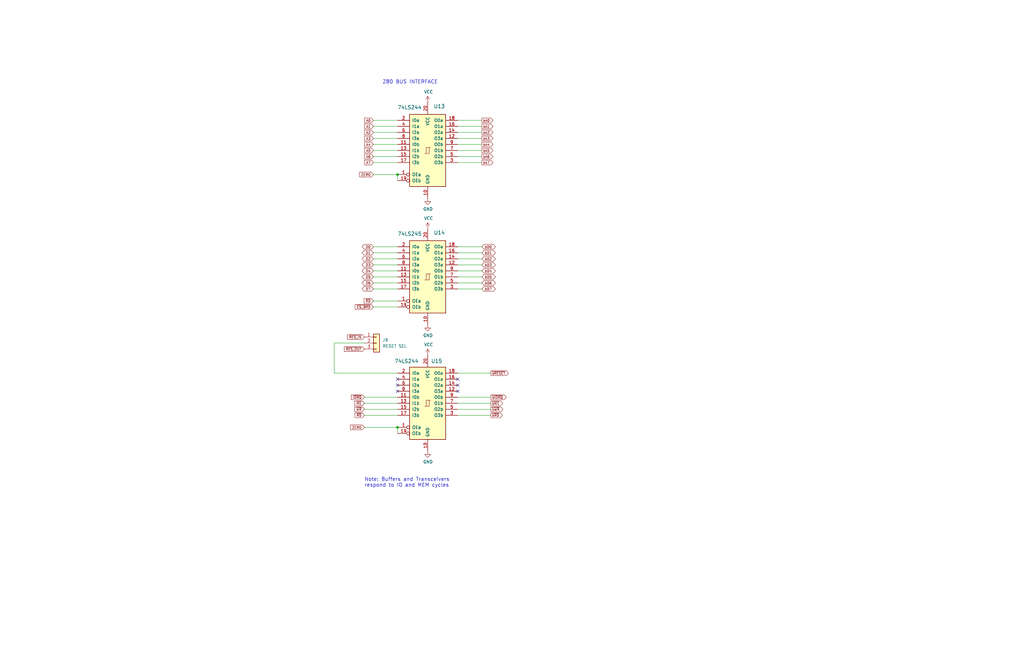
<source format=kicad_sch>
(kicad_sch (version 20211123) (generator eeschema)
  (paper "B")
  (lib_symbols
    (symbol "74xx:74LS244" (pin_names (offset 1.016))
      (property "Reference" "U" (at -7.62 16.51 0))
      (property "Value" "74LS244" (at -7.62 -16.51 0))
      (symbol "74LS244_1_0"
        (polyline (pts (xy -0.635 -1.27) (xy -0.635 1.27) (xy 0.635 1.27)))
        (polyline (pts (xy -1.27 -1.27) (xy 0.635 -1.27) (xy 0.635 1.27) (xy 1.27 1.27)))
        (pin input inverted (at -12.7 -10.16 0) (length 5.08) (name "OEa") (number "1"))
        (pin power_in line (at 0 -20.32 90) (length 5.08) (name "GND") (number "10"))
        (pin input line (at -12.7 2.54 0) (length 5.08) (name "I0b") (number "11"))
        (pin tri_state line (at 12.7 5.08 180) (length 5.08) (name "O3a") (number "12"))
        (pin input line (at -12.7 0 0) (length 5.08) (name "I1b") (number "13"))
        (pin tri_state line (at 12.7 7.62 180) (length 5.08) (name "O2a") (number "14"))
        (pin input line (at -12.7 -2.54 0) (length 5.08) (name "I2b") (number "15"))
        (pin tri_state line (at 12.7 10.16 180) (length 5.08) (name "O1a") (number "16"))
        (pin input line (at -12.7 -5.08 0) (length 5.08) (name "I3b") (number "17"))
        (pin tri_state line (at 12.7 12.7 180) (length 5.08) (name "O0a") (number "18"))
        (pin input inverted (at -12.7 -12.7 0) (length 5.08) (name "OEb") (number "19"))
        (pin input line (at -12.7 12.7 0) (length 5.08) (name "I0a") (number "2"))
        (pin power_in line (at 0 20.32 270) (length 5.08) (name "VCC") (number "20"))
        (pin tri_state line (at 12.7 -5.08 180) (length 5.08) (name "O3b") (number "3"))
        (pin input line (at -12.7 10.16 0) (length 5.08) (name "I1a") (number "4"))
        (pin tri_state line (at 12.7 -2.54 180) (length 5.08) (name "O2b") (number "5"))
        (pin input line (at -12.7 7.62 0) (length 5.08) (name "I2a") (number "6"))
        (pin tri_state line (at 12.7 0 180) (length 5.08) (name "O1b") (number "7"))
        (pin input line (at -12.7 5.08 0) (length 5.08) (name "I3a") (number "8"))
        (pin tri_state line (at 12.7 2.54 180) (length 5.08) (name "O0b") (number "9"))
      )
      (symbol "74LS244_1_1"
        (rectangle (start -7.62 15.24) (end 7.62 -15.24) (stroke (width 0.254)) (fill (type background)))
      )
    )
    (symbol "Connector_Generic:Conn_01x03" (pin_names (offset 1.016) hide)
      (property "Reference" "J" (at 0 5.08 0))
      (property "Value" "Conn_01x03" (at 0 -5.08 0))
      (symbol "Conn_01x03_1_1"
        (rectangle (start -1.27 -2.413) (end 0 -2.667) (stroke (width 0.1524)))
        (rectangle (start -1.27 0.127) (end 0 -0.127) (stroke (width 0.1524)))
        (rectangle (start -1.27 2.667) (end 0 2.413) (stroke (width 0.1524)))
        (rectangle (start -1.27 3.81) (end 1.27 -3.81) (stroke (width 0.254)) (fill (type background)))
        (pin passive line (at -5.08 2.54 0) (length 3.81) (name "Pin_1") (number "1"))
        (pin passive line (at -5.08 0 0) (length 3.81) (name "Pin_2") (number "2"))
        (pin passive line (at -5.08 -2.54 0) (length 3.81) (name "Pin_3") (number "3"))
      )
    )
    (symbol "power:GND" (power) (pin_names (offset 0))
      (property "Value" "GND" (at 0 -3.81 0))
      (symbol "GND_0_1"
        (polyline (pts (xy 0 0) (xy 0 -1.27) (xy 1.27 -1.27) (xy 0 -2.54) (xy -1.27 -1.27) (xy 0 -1.27)))
      )
      (symbol "GND_1_1"
        (pin power_in line (at 0 0 270) (length 0) hide (name "GND") (number "1"))
      )
    )
    (symbol "power:VCC" (power) (pin_names (offset 0))
      (property "Value" "VCC" (at 0 3.81 0))
      (symbol "VCC_0_1"
        (polyline (pts (xy -0.762 1.27) (xy 0 2.54)))
        (polyline (pts (xy 0 0) (xy 0 2.54)))
        (polyline (pts (xy 0 2.54) (xy 0.762 1.27)))
      )
      (symbol "VCC_1_1"
        (pin power_in line (at 0 0 90) (length 0) hide (name "VCC") (number "1"))
      )
    )
  )
  (junction (at 167.64 180.34))
  (junction (at 167.64 73.66))
  (no_connect (at 167.64 162.56))
  (no_connect (at 167.64 160.02))
  (no_connect (at 193.04 160.02))
  (no_connect (at 193.04 165.1))
  (no_connect (at 193.04 162.56))
  (no_connect (at 167.64 165.1))
  (wire (pts (xy 193.04 60.96) (xy 203.2 60.96)))
  (wire (pts (xy 193.04 167.64) (xy 207.01 167.64)))
  (wire (pts (xy 193.04 104.14) (xy 203.2 104.14)))
  (wire (pts (xy 157.48 119.38) (xy 167.64 119.38)))
  (wire (pts (xy 193.04 66.04) (xy 203.2 66.04)))
  (wire (pts (xy 167.64 180.34) (xy 167.64 182.88)))
  (wire (pts (xy 153.67 170.18) (xy 167.64 170.18)))
  (wire (pts (xy 157.48 127) (xy 167.64 127)))
  (wire (pts (xy 157.48 63.5) (xy 167.64 63.5)))
  (wire (pts (xy 157.48 106.68) (xy 167.64 106.68)))
  (wire (pts (xy 157.48 53.34) (xy 167.64 53.34)))
  (wire (pts (xy 193.04 68.58) (xy 203.2 68.58)))
  (wire (pts (xy 157.48 116.84) (xy 167.64 116.84)))
  (wire (pts (xy 193.04 157.48) (xy 207.01 157.48)))
  (wire (pts (xy 157.48 66.04) (xy 167.64 66.04)))
  (wire (pts (xy 157.48 68.58) (xy 167.64 68.58)))
  (wire (pts (xy 157.48 104.14) (xy 167.64 104.14)))
  (wire (pts (xy 157.48 109.22) (xy 167.64 109.22)))
  (wire (pts (xy 193.04 111.76) (xy 203.2 111.76)))
  (wire (pts (xy 157.48 114.3) (xy 167.64 114.3)))
  (wire (pts (xy 193.04 50.8) (xy 203.2 50.8)))
  (wire (pts (xy 153.67 167.64) (xy 167.64 167.64)))
  (wire (pts (xy 157.48 55.88) (xy 167.64 55.88)))
  (wire (pts (xy 193.04 106.68) (xy 203.2 106.68)))
  (wire (pts (xy 193.04 175.26) (xy 207.01 175.26)))
  (wire (pts (xy 157.48 121.92) (xy 167.64 121.92)))
  (wire (pts (xy 157.48 50.8) (xy 167.64 50.8)))
  (wire (pts (xy 157.48 58.42) (xy 167.64 58.42)))
  (wire (pts (xy 140.97 157.48) (xy 167.64 157.48)))
  (wire (pts (xy 193.04 121.92) (xy 203.2 121.92)))
  (wire (pts (xy 193.04 116.84) (xy 203.2 116.84)))
  (wire (pts (xy 153.67 172.72) (xy 167.64 172.72)))
  (wire (pts (xy 153.67 180.34) (xy 167.64 180.34)))
  (wire (pts (xy 157.48 129.54) (xy 167.64 129.54)))
  (wire (pts (xy 140.97 144.78) (xy 140.97 157.48)))
  (wire (pts (xy 193.04 55.88) (xy 203.2 55.88)))
  (wire (pts (xy 193.04 172.72) (xy 207.01 172.72)))
  (wire (pts (xy 157.48 60.96) (xy 167.64 60.96)))
  (wire (pts (xy 193.04 53.34) (xy 203.2 53.34)))
  (wire (pts (xy 193.04 109.22) (xy 203.2 109.22)))
  (wire (pts (xy 157.48 111.76) (xy 167.64 111.76)))
  (wire (pts (xy 193.04 114.3) (xy 203.2 114.3)))
  (wire (pts (xy 140.97 144.78) (xy 153.67 144.78)))
  (wire (pts (xy 167.64 76.2) (xy 167.64 73.66)))
  (wire (pts (xy 157.48 73.66) (xy 167.64 73.66)))
  (wire (pts (xy 153.67 175.26) (xy 167.64 175.26)))
  (wire (pts (xy 193.04 63.5) (xy 203.2 63.5)))
  (wire (pts (xy 193.04 119.38) (xy 203.2 119.38)))
  (wire (pts (xy 193.04 58.42) (xy 203.2 58.42)))
  (wire (pts (xy 193.04 170.18) (xy 207.01 170.18)))
  (text "Z80 BUS INTERFACE" (at 161.29 35.56 0) (effects (font (size 1.524 1.524)) (justify left bottom)))
  (text "Note: Buffers and Transceivers\nrespond to IO and MEM cycles" (at 153.67 205.74 0) (effects (font (size 1.524 1.524)) (justify left bottom)))
  (global_label "bD5" (shape bidirectional) (at 203.2 116.84 0) (effects (font (size 1.016 1.016))) (property "Intersheet References" "${INTERSHEET_REFS}" (effects hide)))
  (global_label "~{RES_OUT}" (shape input) (at 153.67 147.32 180) (effects (font (size 1.016 1.016))) (property "Intersheet References" "${INTERSHEET_REFS}" (effects hide)))
  (global_label "bA4" (shape output) (at 203.2 60.96 0) (effects (font (size 1.016 1.016))) (property "Intersheet References" "${INTERSHEET_REFS}" (effects hide)))
  (global_label "D4" (shape bidirectional) (at 157.48 114.3 180) (effects (font (size 1.016 1.016))) (property "Intersheet References" "${INTERSHEET_REFS}" (effects hide)))
  (global_label "~{RES_IN}" (shape input) (at 153.67 142.24 180) (effects (font (size 1.016 1.016))) (property "Intersheet References" "${INTERSHEET_REFS}" (effects hide)))
  (global_label "~{bRESET}" (shape output) (at 207.01 157.48 0) (effects (font (size 1.016 1.016))) (property "Intersheet References" "${INTERSHEET_REFS}" (effects hide)))
  (global_label "~{bIORQ}" (shape output) (at 207.01 167.64 0) (effects (font (size 1.016 1.016))) (property "Intersheet References" "${INTERSHEET_REFS}" (effects hide)))
  (global_label "~{WR}" (shape input) (at 153.67 172.72 180) (effects (font (size 1.016 1.016))) (property "Intersheet References" "${INTERSHEET_REFS}" (effects hide)))
  (global_label "bA3" (shape output) (at 203.2 58.42 0) (effects (font (size 1.016 1.016))) (property "Intersheet References" "${INTERSHEET_REFS}" (effects hide)))
  (global_label "D3" (shape bidirectional) (at 157.48 111.76 180) (effects (font (size 1.016 1.016))) (property "Intersheet References" "${INTERSHEET_REFS}" (effects hide)))
  (global_label "ZERO" (shape input) (at 153.67 180.34 180) (effects (font (size 1.016 1.016))) (property "Intersheet References" "${INTERSHEET_REFS}" (effects hide)))
  (global_label "bD2" (shape bidirectional) (at 203.2 109.22 0) (effects (font (size 1.016 1.016))) (property "Intersheet References" "${INTERSHEET_REFS}" (effects hide)))
  (global_label "~{CS_BRD}" (shape input) (at 157.48 129.54 180) (effects (font (size 1.016 1.016))) (property "Intersheet References" "${INTERSHEET_REFS}" (effects hide)))
  (global_label "A7" (shape input) (at 157.48 68.58 180) (effects (font (size 1.016 1.016))) (property "Intersheet References" "${INTERSHEET_REFS}" (effects hide)))
  (global_label "A1" (shape input) (at 157.48 53.34 180) (effects (font (size 1.016 1.016))) (property "Intersheet References" "${INTERSHEET_REFS}" (effects hide)))
  (global_label "bD7" (shape bidirectional) (at 203.2 121.92 0) (effects (font (size 1.016 1.016))) (property "Intersheet References" "${INTERSHEET_REFS}" (effects hide)))
  (global_label "D6" (shape bidirectional) (at 157.48 119.38 180) (effects (font (size 1.016 1.016))) (property "Intersheet References" "${INTERSHEET_REFS}" (effects hide)))
  (global_label "~{bRD}" (shape output) (at 207.01 175.26 0) (effects (font (size 1.016 1.016))) (property "Intersheet References" "${INTERSHEET_REFS}" (effects hide)))
  (global_label "ZERO" (shape input) (at 157.48 73.66 180) (effects (font (size 1.016 1.016))) (property "Intersheet References" "${INTERSHEET_REFS}" (effects hide)))
  (global_label "~{IORQ}" (shape input) (at 153.67 167.64 180) (effects (font (size 1.016 1.016))) (property "Intersheet References" "${INTERSHEET_REFS}" (effects hide)))
  (global_label "bA0" (shape output) (at 203.2 50.8 0) (effects (font (size 1.016 1.016))) (property "Intersheet References" "${INTERSHEET_REFS}" (effects hide)))
  (global_label "~{M1}" (shape input) (at 153.67 170.18 180) (effects (font (size 1.016 1.016))) (property "Intersheet References" "${INTERSHEET_REFS}" (effects hide)))
  (global_label "D1" (shape bidirectional) (at 157.48 106.68 180) (effects (font (size 1.016 1.016))) (property "Intersheet References" "${INTERSHEET_REFS}" (effects hide)))
  (global_label "bA6" (shape output) (at 203.2 66.04 0) (effects (font (size 1.016 1.016))) (property "Intersheet References" "${INTERSHEET_REFS}" (effects hide)))
  (global_label "D5" (shape bidirectional) (at 157.48 116.84 180) (effects (font (size 1.016 1.016))) (property "Intersheet References" "${INTERSHEET_REFS}" (effects hide)))
  (global_label "bD3" (shape bidirectional) (at 203.2 111.76 0) (effects (font (size 1.016 1.016))) (property "Intersheet References" "${INTERSHEET_REFS}" (effects hide)))
  (global_label "A2" (shape input) (at 157.48 55.88 180) (effects (font (size 1.016 1.016))) (property "Intersheet References" "${INTERSHEET_REFS}" (effects hide)))
  (global_label "A4" (shape input) (at 157.48 60.96 180) (effects (font (size 1.016 1.016))) (property "Intersheet References" "${INTERSHEET_REFS}" (effects hide)))
  (global_label "~{bWR}" (shape output) (at 207.01 172.72 0) (effects (font (size 1.016 1.016))) (property "Intersheet References" "${INTERSHEET_REFS}" (effects hide)))
  (global_label "D2" (shape bidirectional) (at 157.48 109.22 180) (effects (font (size 1.016 1.016))) (property "Intersheet References" "${INTERSHEET_REFS}" (effects hide)))
  (global_label "bA2" (shape output) (at 203.2 55.88 0) (effects (font (size 1.016 1.016))) (property "Intersheet References" "${INTERSHEET_REFS}" (effects hide)))
  (global_label "bA1" (shape output) (at 203.2 53.34 0) (effects (font (size 1.016 1.016))) (property "Intersheet References" "${INTERSHEET_REFS}" (effects hide)))
  (global_label "bA7" (shape output) (at 203.2 68.58 0) (effects (font (size 1.016 1.016))) (property "Intersheet References" "${INTERSHEET_REFS}" (effects hide)))
  (global_label "bD4" (shape bidirectional) (at 203.2 114.3 0) (effects (font (size 1.016 1.016))) (property "Intersheet References" "${INTERSHEET_REFS}" (effects hide)))
  (global_label "D7" (shape bidirectional) (at 157.48 121.92 180) (effects (font (size 1.016 1.016))) (property "Intersheet References" "${INTERSHEET_REFS}" (effects hide)))
  (global_label "~{RD}" (shape input) (at 157.48 127 180) (effects (font (size 1.016 1.016))) (property "Intersheet References" "${INTERSHEET_REFS}" (effects hide)))
  (global_label "~{RD}" (shape input) (at 153.67 175.26 180) (effects (font (size 1.016 1.016))) (property "Intersheet References" "${INTERSHEET_REFS}" (effects hide)))
  (global_label "A3" (shape input) (at 157.48 58.42 180) (effects (font (size 1.016 1.016))) (property "Intersheet References" "${INTERSHEET_REFS}" (effects hide)))
  (global_label "bD1" (shape bidirectional) (at 203.2 106.68 0) (effects (font (size 1.016 1.016))) (property "Intersheet References" "${INTERSHEET_REFS}" (effects hide)))
  (global_label "A6" (shape input) (at 157.48 66.04 180) (effects (font (size 1.016 1.016))) (property "Intersheet References" "${INTERSHEET_REFS}" (effects hide)))
  (global_label "~{bM1}" (shape output) (at 207.01 170.18 0) (effects (font (size 1.016 1.016))) (property "Intersheet References" "${INTERSHEET_REFS}" (effects hide)))
  (global_label "bD6" (shape bidirectional) (at 203.2 119.38 0) (effects (font (size 1.016 1.016))) (property "Intersheet References" "${INTERSHEET_REFS}" (effects hide)))
  (global_label "bA5" (shape output) (at 203.2 63.5 0) (effects (font (size 1.016 1.016))) (property "Intersheet References" "${INTERSHEET_REFS}" (effects hide)))
  (global_label "A5" (shape input) (at 157.48 63.5 180) (effects (font (size 1.016 1.016))) (property "Intersheet References" "${INTERSHEET_REFS}" (effects hide)))
  (global_label "D0" (shape bidirectional) (at 157.48 104.14 180) (effects (font (size 1.016 1.016))) (property "Intersheet References" "${INTERSHEET_REFS}" (effects hide)))
  (global_label "A0" (shape input) (at 157.48 50.8 180) (effects (font (size 1.016 1.016))) (property "Intersheet References" "${INTERSHEET_REFS}" (effects hide)))
  (global_label "bD0" (shape bidirectional) (at 203.2 104.14 0) (effects (font (size 1.016 1.016))) (property "Intersheet References" "${INTERSHEET_REFS}" (effects hide)))
  (symbol (lib_id "74xx:74LS244") (at 180.34 116.84 0) (unit 1)
    (property "Reference" "U14" (at 182.88 99.06 0) (effects (font (size 1.524 1.524)) (justify left bottom)))
    (property "Value" "74LS245" (at 167.64 97.79 0) (effects (font (size 1.524 1.524)) (justify left top)))
    (property "Footprint" "Package_DIP:DIP-20_W7.62mm" (effects hide))
    (property "Datasheet" "http://www.ti.com/lit/ds/symlink/sn74ls244.pdf" (effects hide))
  )
  (symbol (lib_id "power:VCC") (at 180.34 43.18 0) (unit 1)
    (property "Reference" "#PWR037" (effects hide))
    (property "Value" "VCC" (at 180.721 38.7858 0))
  )
  (symbol (lib_id "power:GND") (at 180.34 83.82 0) (unit 1)
    (property "Reference" "#PWR038" (effects hide))
    (property "Value" "GND" (at 180.467 88.2142 0))
  )
  (symbol (lib_id "power:VCC") (at 180.34 96.52 0) (unit 1)
    (property "Reference" "#PWR039" (effects hide))
    (property "Value" "VCC" (at 180.721 92.1258 0))
  )
  (symbol (lib_id "power:VCC") (at 180.34 149.86 0) (unit 1)
    (property "Reference" "#PWR041" (effects hide))
    (property "Value" "VCC" (at 180.721 145.4658 0))
  )
  (symbol (lib_id "power:GND") (at 180.34 137.16 0) (unit 1)
    (property "Reference" "#PWR040" (effects hide))
    (property "Value" "GND" (at 180.467 141.5542 0))
  )
  (symbol (lib_id "power:GND") (at 180.34 190.5 0) (unit 1)
    (property "Reference" "#PWR042" (effects hide))
    (property "Value" "GND" (at 180.467 194.8942 0))
  )
  (symbol (lib_id "74xx:74LS244") (at 180.34 170.18 0) (unit 1)
    (property "Reference" "U15" (at 184.15 152.4 0) (effects (font (size 1.524 1.524))))
    (property "Value" "74LS244" (at 171.45 152.4 0) (effects (font (size 1.524 1.524))))
    (property "Footprint" "Package_DIP:DIP-20_W7.62mm" (effects hide))
    (property "Datasheet" "http://www.ti.com/lit/ds/symlink/sn74ls244.pdf" (effects hide))
  )
  (symbol (lib_id "74xx:74LS244") (at 180.34 63.5 0) (unit 1)
    (property "Reference" "U13" (at 182.88 45.72 0) (effects (font (size 1.524 1.524)) (justify left bottom)))
    (property "Value" "74LS244" (at 167.64 44.45 0) (effects (font (size 1.524 1.524)) (justify left top)))
    (property "Footprint" "Package_DIP:DIP-20_W7.62mm" (effects hide))
    (property "Datasheet" "http://www.ti.com/lit/ds/symlink/sn74ls244.pdf" (effects hide))
  )
  (symbol (lib_id "Connector_Generic:Conn_01x03") (at 158.75 144.78 0) (unit 1)
    (property "Reference" "J9" (at 161.29 143.5099 0) (effects (justify left)))
    (property "Value" "RESET SEL" (at 161.29 146.0499 0) (effects (justify left)))
    (property "Footprint" "Connector_PinHeader_2.54mm:PinHeader_1x03_P2.54mm_Vertical" (effects hide))
  )
)
</source>
